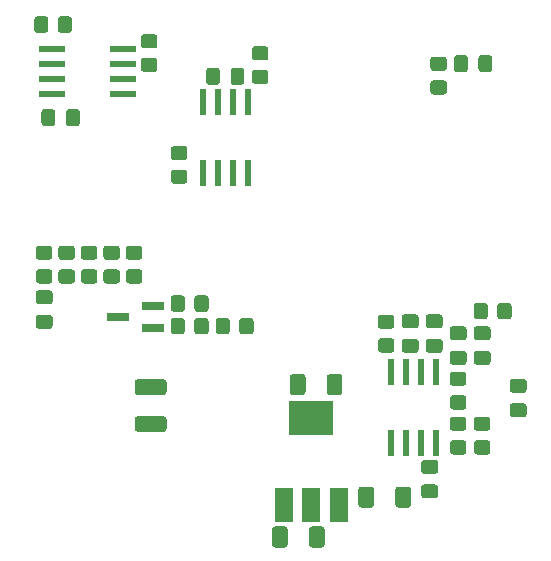
<source format=gbr>
G04 #@! TF.GenerationSoftware,KiCad,Pcbnew,(5.1.8)-1*
G04 #@! TF.CreationDate,2021-07-21T13:44:46+02:00*
G04 #@! TF.ProjectId,sensactUp2,73656e73-6163-4745-9570-322e6b696361,rev?*
G04 #@! TF.SameCoordinates,Original*
G04 #@! TF.FileFunction,Paste,Bot*
G04 #@! TF.FilePolarity,Positive*
%FSLAX46Y46*%
G04 Gerber Fmt 4.6, Leading zero omitted, Abs format (unit mm)*
G04 Created by KiCad (PCBNEW (5.1.8)-1) date 2021-07-21 13:44:46*
%MOMM*%
%LPD*%
G01*
G04 APERTURE LIST*
%ADD10R,1.500000X3.000000*%
%ADD11R,3.800000X3.000000*%
%ADD12R,0.600000X2.200000*%
%ADD13R,2.200000X0.600000*%
%ADD14R,1.900000X0.800000*%
G04 APERTURE END LIST*
G36*
G01*
X90608999Y-86633000D02*
X91509001Y-86633000D01*
G75*
G02*
X91759000Y-86882999I0J-249999D01*
G01*
X91759000Y-87583001D01*
G75*
G02*
X91509001Y-87833000I-249999J0D01*
G01*
X90608999Y-87833000D01*
G75*
G02*
X90359000Y-87583001I0J249999D01*
G01*
X90359000Y-86882999D01*
G75*
G02*
X90608999Y-86633000I249999J0D01*
G01*
G37*
G36*
G01*
X90608999Y-84633000D02*
X91509001Y-84633000D01*
G75*
G02*
X91759000Y-84882999I0J-249999D01*
G01*
X91759000Y-85583001D01*
G75*
G02*
X91509001Y-85833000I-249999J0D01*
G01*
X90608999Y-85833000D01*
G75*
G02*
X90359000Y-85583001I0J249999D01*
G01*
X90359000Y-84882999D01*
G75*
G02*
X90608999Y-84633000I249999J0D01*
G01*
G37*
G36*
G01*
X100907001Y-86849000D02*
X100006999Y-86849000D01*
G75*
G02*
X99757000Y-86599001I0J249999D01*
G01*
X99757000Y-85898999D01*
G75*
G02*
X100006999Y-85649000I249999J0D01*
G01*
X100907001Y-85649000D01*
G75*
G02*
X101157000Y-85898999I0J-249999D01*
G01*
X101157000Y-86599001D01*
G75*
G02*
X100907001Y-86849000I-249999J0D01*
G01*
G37*
G36*
G01*
X100907001Y-88849000D02*
X100006999Y-88849000D01*
G75*
G02*
X99757000Y-88599001I0J249999D01*
G01*
X99757000Y-87898999D01*
G75*
G02*
X100006999Y-87649000I249999J0D01*
G01*
X100907001Y-87649000D01*
G75*
G02*
X101157000Y-87898999I0J-249999D01*
G01*
X101157000Y-88599001D01*
G75*
G02*
X100907001Y-88849000I-249999J0D01*
G01*
G37*
G36*
G01*
X116020001Y-87738000D02*
X115119999Y-87738000D01*
G75*
G02*
X114870000Y-87488001I0J249999D01*
G01*
X114870000Y-86787999D01*
G75*
G02*
X115119999Y-86538000I249999J0D01*
G01*
X116020001Y-86538000D01*
G75*
G02*
X116270000Y-86787999I0J-249999D01*
G01*
X116270000Y-87488001D01*
G75*
G02*
X116020001Y-87738000I-249999J0D01*
G01*
G37*
G36*
G01*
X116020001Y-89738000D02*
X115119999Y-89738000D01*
G75*
G02*
X114870000Y-89488001I0J249999D01*
G01*
X114870000Y-88787999D01*
G75*
G02*
X115119999Y-88538000I249999J0D01*
G01*
X116020001Y-88538000D01*
G75*
G02*
X116270000Y-88787999I0J-249999D01*
G01*
X116270000Y-89488001D01*
G75*
G02*
X116020001Y-89738000I-249999J0D01*
G01*
G37*
G36*
G01*
X118941000Y-87597000D02*
X118941000Y-86647000D01*
G75*
G02*
X119191000Y-86397000I250000J0D01*
G01*
X119866000Y-86397000D01*
G75*
G02*
X120116000Y-86647000I0J-250000D01*
G01*
X120116000Y-87597000D01*
G75*
G02*
X119866000Y-87847000I-250000J0D01*
G01*
X119191000Y-87847000D01*
G75*
G02*
X118941000Y-87597000I0J250000D01*
G01*
G37*
G36*
G01*
X116866000Y-87597000D02*
X116866000Y-86647000D01*
G75*
G02*
X117116000Y-86397000I250000J0D01*
G01*
X117791000Y-86397000D01*
G75*
G02*
X118041000Y-86647000I0J-250000D01*
G01*
X118041000Y-87597000D01*
G75*
G02*
X117791000Y-87847000I-250000J0D01*
G01*
X117116000Y-87847000D01*
G75*
G02*
X116866000Y-87597000I0J250000D01*
G01*
G37*
G36*
G01*
X90239001Y-103740000D02*
X89338999Y-103740000D01*
G75*
G02*
X89089000Y-103490001I0J249999D01*
G01*
X89089000Y-102789999D01*
G75*
G02*
X89338999Y-102540000I249999J0D01*
G01*
X90239001Y-102540000D01*
G75*
G02*
X90489000Y-102789999I0J-249999D01*
G01*
X90489000Y-103490001D01*
G75*
G02*
X90239001Y-103740000I-249999J0D01*
G01*
G37*
G36*
G01*
X90239001Y-105740000D02*
X89338999Y-105740000D01*
G75*
G02*
X89089000Y-105490001I0J249999D01*
G01*
X89089000Y-104789999D01*
G75*
G02*
X89338999Y-104540000I249999J0D01*
G01*
X90239001Y-104540000D01*
G75*
G02*
X90489000Y-104789999I0J-249999D01*
G01*
X90489000Y-105490001D01*
G75*
G02*
X90239001Y-105740000I-249999J0D01*
G01*
G37*
G36*
G01*
X106100000Y-114950001D02*
X106100000Y-113649999D01*
G75*
G02*
X106349999Y-113400000I249999J0D01*
G01*
X107175001Y-113400000D01*
G75*
G02*
X107425000Y-113649999I0J-249999D01*
G01*
X107425000Y-114950001D01*
G75*
G02*
X107175001Y-115200000I-249999J0D01*
G01*
X106349999Y-115200000D01*
G75*
G02*
X106100000Y-114950001I0J249999D01*
G01*
G37*
G36*
G01*
X102975000Y-114950001D02*
X102975000Y-113649999D01*
G75*
G02*
X103224999Y-113400000I249999J0D01*
G01*
X104050001Y-113400000D01*
G75*
G02*
X104300000Y-113649999I0J-249999D01*
G01*
X104300000Y-114950001D01*
G75*
G02*
X104050001Y-115200000I-249999J0D01*
G01*
X103224999Y-115200000D01*
G75*
G02*
X102975000Y-114950001I0J249999D01*
G01*
G37*
G36*
G01*
X104600000Y-127850001D02*
X104600000Y-126549999D01*
G75*
G02*
X104849999Y-126300000I249999J0D01*
G01*
X105675001Y-126300000D01*
G75*
G02*
X105925000Y-126549999I0J-249999D01*
G01*
X105925000Y-127850001D01*
G75*
G02*
X105675001Y-128100000I-249999J0D01*
G01*
X104849999Y-128100000D01*
G75*
G02*
X104600000Y-127850001I0J249999D01*
G01*
G37*
G36*
G01*
X101475000Y-127850001D02*
X101475000Y-126549999D01*
G75*
G02*
X101724999Y-126300000I249999J0D01*
G01*
X102550001Y-126300000D01*
G75*
G02*
X102800000Y-126549999I0J-249999D01*
G01*
X102800000Y-127850001D01*
G75*
G02*
X102550001Y-128100000I-249999J0D01*
G01*
X101724999Y-128100000D01*
G75*
G02*
X101475000Y-127850001I0J249999D01*
G01*
G37*
D10*
X107100000Y-124450000D03*
X102500000Y-124450000D03*
X104800000Y-124450000D03*
D11*
X104800000Y-117150000D03*
G36*
G01*
X84524001Y-103740000D02*
X83623999Y-103740000D01*
G75*
G02*
X83374000Y-103490001I0J249999D01*
G01*
X83374000Y-102789999D01*
G75*
G02*
X83623999Y-102540000I249999J0D01*
G01*
X84524001Y-102540000D01*
G75*
G02*
X84774000Y-102789999I0J-249999D01*
G01*
X84774000Y-103490001D01*
G75*
G02*
X84524001Y-103740000I-249999J0D01*
G01*
G37*
G36*
G01*
X84524001Y-105740000D02*
X83623999Y-105740000D01*
G75*
G02*
X83374000Y-105490001I0J249999D01*
G01*
X83374000Y-104789999D01*
G75*
G02*
X83623999Y-104540000I249999J0D01*
G01*
X84524001Y-104540000D01*
G75*
G02*
X84774000Y-104789999I0J-249999D01*
G01*
X84774000Y-105490001D01*
G75*
G02*
X84524001Y-105740000I-249999J0D01*
G01*
G37*
G36*
G01*
X81718999Y-104540000D02*
X82619001Y-104540000D01*
G75*
G02*
X82869000Y-104789999I0J-249999D01*
G01*
X82869000Y-105490001D01*
G75*
G02*
X82619001Y-105740000I-249999J0D01*
G01*
X81718999Y-105740000D01*
G75*
G02*
X81469000Y-105490001I0J249999D01*
G01*
X81469000Y-104789999D01*
G75*
G02*
X81718999Y-104540000I249999J0D01*
G01*
G37*
G36*
G01*
X81718999Y-102540000D02*
X82619001Y-102540000D01*
G75*
G02*
X82869000Y-102789999I0J-249999D01*
G01*
X82869000Y-103490001D01*
G75*
G02*
X82619001Y-103740000I-249999J0D01*
G01*
X81718999Y-103740000D01*
G75*
G02*
X81469000Y-103490001I0J249999D01*
G01*
X81469000Y-102789999D01*
G75*
G02*
X81718999Y-102540000I249999J0D01*
G01*
G37*
G36*
G01*
X81694000Y-108400000D02*
X82644000Y-108400000D01*
G75*
G02*
X82894000Y-108650000I0J-250000D01*
G01*
X82894000Y-109325000D01*
G75*
G02*
X82644000Y-109575000I-250000J0D01*
G01*
X81694000Y-109575000D01*
G75*
G02*
X81444000Y-109325000I0J250000D01*
G01*
X81444000Y-108650000D01*
G75*
G02*
X81694000Y-108400000I250000J0D01*
G01*
G37*
G36*
G01*
X81694000Y-106325000D02*
X82644000Y-106325000D01*
G75*
G02*
X82894000Y-106575000I0J-250000D01*
G01*
X82894000Y-107250000D01*
G75*
G02*
X82644000Y-107500000I-250000J0D01*
G01*
X81694000Y-107500000D01*
G75*
G02*
X81444000Y-107250000I0J250000D01*
G01*
X81444000Y-106575000D01*
G75*
G02*
X81694000Y-106325000I250000J0D01*
G01*
G37*
G36*
G01*
X84016000Y-92169000D02*
X84016000Y-91219000D01*
G75*
G02*
X84266000Y-90969000I250000J0D01*
G01*
X84941000Y-90969000D01*
G75*
G02*
X85191000Y-91219000I0J-250000D01*
G01*
X85191000Y-92169000D01*
G75*
G02*
X84941000Y-92419000I-250000J0D01*
G01*
X84266000Y-92419000D01*
G75*
G02*
X84016000Y-92169000I0J250000D01*
G01*
G37*
G36*
G01*
X81941000Y-92169000D02*
X81941000Y-91219000D01*
G75*
G02*
X82191000Y-90969000I250000J0D01*
G01*
X82866000Y-90969000D01*
G75*
G02*
X83116000Y-91219000I0J-250000D01*
G01*
X83116000Y-92169000D01*
G75*
G02*
X82866000Y-92419000I-250000J0D01*
G01*
X82191000Y-92419000D01*
G75*
G02*
X81941000Y-92169000I0J250000D01*
G01*
G37*
G36*
G01*
X117696000Y-110548000D02*
X116746000Y-110548000D01*
G75*
G02*
X116496000Y-110298000I0J250000D01*
G01*
X116496000Y-109623000D01*
G75*
G02*
X116746000Y-109373000I250000J0D01*
G01*
X117696000Y-109373000D01*
G75*
G02*
X117946000Y-109623000I0J-250000D01*
G01*
X117946000Y-110298000D01*
G75*
G02*
X117696000Y-110548000I-250000J0D01*
G01*
G37*
G36*
G01*
X117696000Y-112623000D02*
X116746000Y-112623000D01*
G75*
G02*
X116496000Y-112373000I0J250000D01*
G01*
X116496000Y-111698000D01*
G75*
G02*
X116746000Y-111448000I250000J0D01*
G01*
X117696000Y-111448000D01*
G75*
G02*
X117946000Y-111698000I0J-250000D01*
G01*
X117946000Y-112373000D01*
G75*
G02*
X117696000Y-112623000I-250000J0D01*
G01*
G37*
G36*
G01*
X117671001Y-118218000D02*
X116770999Y-118218000D01*
G75*
G02*
X116521000Y-117968001I0J249999D01*
G01*
X116521000Y-117267999D01*
G75*
G02*
X116770999Y-117018000I249999J0D01*
G01*
X117671001Y-117018000D01*
G75*
G02*
X117921000Y-117267999I0J-249999D01*
G01*
X117921000Y-117968001D01*
G75*
G02*
X117671001Y-118218000I-249999J0D01*
G01*
G37*
G36*
G01*
X117671001Y-120218000D02*
X116770999Y-120218000D01*
G75*
G02*
X116521000Y-119968001I0J249999D01*
G01*
X116521000Y-119267999D01*
G75*
G02*
X116770999Y-119018000I249999J0D01*
G01*
X117671001Y-119018000D01*
G75*
G02*
X117921000Y-119267999I0J-249999D01*
G01*
X117921000Y-119968001D01*
G75*
G02*
X117671001Y-120218000I-249999J0D01*
G01*
G37*
G36*
G01*
X117671001Y-114408000D02*
X116770999Y-114408000D01*
G75*
G02*
X116521000Y-114158001I0J249999D01*
G01*
X116521000Y-113457999D01*
G75*
G02*
X116770999Y-113208000I249999J0D01*
G01*
X117671001Y-113208000D01*
G75*
G02*
X117921000Y-113457999I0J-249999D01*
G01*
X117921000Y-114158001D01*
G75*
G02*
X117671001Y-114408000I-249999J0D01*
G01*
G37*
G36*
G01*
X117671001Y-116408000D02*
X116770999Y-116408000D01*
G75*
G02*
X116521000Y-116158001I0J249999D01*
G01*
X116521000Y-115457999D01*
G75*
G02*
X116770999Y-115208000I249999J0D01*
G01*
X117671001Y-115208000D01*
G75*
G02*
X117921000Y-115457999I0J-249999D01*
G01*
X117921000Y-116158001D01*
G75*
G02*
X117671001Y-116408000I-249999J0D01*
G01*
G37*
G36*
G01*
X115664000Y-109532000D02*
X114714000Y-109532000D01*
G75*
G02*
X114464000Y-109282000I0J250000D01*
G01*
X114464000Y-108607000D01*
G75*
G02*
X114714000Y-108357000I250000J0D01*
G01*
X115664000Y-108357000D01*
G75*
G02*
X115914000Y-108607000I0J-250000D01*
G01*
X115914000Y-109282000D01*
G75*
G02*
X115664000Y-109532000I-250000J0D01*
G01*
G37*
G36*
G01*
X115664000Y-111607000D02*
X114714000Y-111607000D01*
G75*
G02*
X114464000Y-111357000I0J250000D01*
G01*
X114464000Y-110682000D01*
G75*
G02*
X114714000Y-110432000I250000J0D01*
G01*
X115664000Y-110432000D01*
G75*
G02*
X115914000Y-110682000I0J-250000D01*
G01*
X115914000Y-111357000D01*
G75*
G02*
X115664000Y-111607000I-250000J0D01*
G01*
G37*
G36*
G01*
X114333000Y-122751000D02*
X115283000Y-122751000D01*
G75*
G02*
X115533000Y-123001000I0J-250000D01*
G01*
X115533000Y-123676000D01*
G75*
G02*
X115283000Y-123926000I-250000J0D01*
G01*
X114333000Y-123926000D01*
G75*
G02*
X114083000Y-123676000I0J250000D01*
G01*
X114083000Y-123001000D01*
G75*
G02*
X114333000Y-122751000I250000J0D01*
G01*
G37*
G36*
G01*
X114333000Y-120676000D02*
X115283000Y-120676000D01*
G75*
G02*
X115533000Y-120926000I0J-250000D01*
G01*
X115533000Y-121601000D01*
G75*
G02*
X115283000Y-121851000I-250000J0D01*
G01*
X114333000Y-121851000D01*
G75*
G02*
X114083000Y-121601000I0J250000D01*
G01*
X114083000Y-120926000D01*
G75*
G02*
X114333000Y-120676000I250000J0D01*
G01*
G37*
D12*
X111506000Y-119205000D03*
X112776000Y-119205000D03*
X114046000Y-119205000D03*
X115316000Y-119205000D03*
X115316000Y-113205000D03*
X114046000Y-113205000D03*
X112776000Y-113205000D03*
X111506000Y-113205000D03*
G36*
G01*
X92286001Y-115178000D02*
X90085999Y-115178000D01*
G75*
G02*
X89836000Y-114928001I0J249999D01*
G01*
X89836000Y-114102999D01*
G75*
G02*
X90085999Y-113853000I249999J0D01*
G01*
X92286001Y-113853000D01*
G75*
G02*
X92536000Y-114102999I0J-249999D01*
G01*
X92536000Y-114928001D01*
G75*
G02*
X92286001Y-115178000I-249999J0D01*
G01*
G37*
G36*
G01*
X92286001Y-118303000D02*
X90085999Y-118303000D01*
G75*
G02*
X89836000Y-118053001I0J249999D01*
G01*
X89836000Y-117227999D01*
G75*
G02*
X90085999Y-116978000I249999J0D01*
G01*
X92286001Y-116978000D01*
G75*
G02*
X92536000Y-117227999I0J-249999D01*
G01*
X92536000Y-118053001D01*
G75*
G02*
X92286001Y-118303000I-249999J0D01*
G01*
G37*
G36*
G01*
X110098000Y-123174999D02*
X110098000Y-124475001D01*
G75*
G02*
X109848001Y-124725000I-249999J0D01*
G01*
X109022999Y-124725000D01*
G75*
G02*
X108773000Y-124475001I0J249999D01*
G01*
X108773000Y-123174999D01*
G75*
G02*
X109022999Y-122925000I249999J0D01*
G01*
X109848001Y-122925000D01*
G75*
G02*
X110098000Y-123174999I0J-249999D01*
G01*
G37*
G36*
G01*
X113223000Y-123174999D02*
X113223000Y-124475001D01*
G75*
G02*
X112973001Y-124725000I-249999J0D01*
G01*
X112147999Y-124725000D01*
G75*
G02*
X111898000Y-124475001I0J249999D01*
G01*
X111898000Y-123174999D01*
G75*
G02*
X112147999Y-122925000I249999J0D01*
G01*
X112973001Y-122925000D01*
G75*
G02*
X113223000Y-123174999I0J-249999D01*
G01*
G37*
X95595000Y-96400000D03*
X96865000Y-96400000D03*
X98135000Y-96400000D03*
X99405000Y-96400000D03*
X99405000Y-90400000D03*
X98135000Y-90400000D03*
X96865000Y-90400000D03*
X95595000Y-90400000D03*
D13*
X88852000Y-89662000D03*
X88852000Y-88392000D03*
X88852000Y-87122000D03*
X88852000Y-85852000D03*
X82852000Y-85852000D03*
X82852000Y-87122000D03*
X82852000Y-88392000D03*
X82852000Y-89662000D03*
G36*
G01*
X98698000Y-109797001D02*
X98698000Y-108896999D01*
G75*
G02*
X98947999Y-108647000I249999J0D01*
G01*
X99648001Y-108647000D01*
G75*
G02*
X99898000Y-108896999I0J-249999D01*
G01*
X99898000Y-109797001D01*
G75*
G02*
X99648001Y-110047000I-249999J0D01*
G01*
X98947999Y-110047000D01*
G75*
G02*
X98698000Y-109797001I0J249999D01*
G01*
G37*
G36*
G01*
X96698000Y-109797001D02*
X96698000Y-108896999D01*
G75*
G02*
X96947999Y-108647000I249999J0D01*
G01*
X97648001Y-108647000D01*
G75*
G02*
X97898000Y-108896999I0J-249999D01*
G01*
X97898000Y-109797001D01*
G75*
G02*
X97648001Y-110047000I-249999J0D01*
G01*
X96947999Y-110047000D01*
G75*
G02*
X96698000Y-109797001I0J249999D01*
G01*
G37*
G36*
G01*
X82531000Y-83369999D02*
X82531000Y-84270001D01*
G75*
G02*
X82281001Y-84520000I-249999J0D01*
G01*
X81580999Y-84520000D01*
G75*
G02*
X81331000Y-84270001I0J249999D01*
G01*
X81331000Y-83369999D01*
G75*
G02*
X81580999Y-83120000I249999J0D01*
G01*
X82281001Y-83120000D01*
G75*
G02*
X82531000Y-83369999I0J-249999D01*
G01*
G37*
G36*
G01*
X84531000Y-83369999D02*
X84531000Y-84270001D01*
G75*
G02*
X84281001Y-84520000I-249999J0D01*
G01*
X83580999Y-84520000D01*
G75*
G02*
X83331000Y-84270001I0J249999D01*
G01*
X83331000Y-83369999D01*
G75*
G02*
X83580999Y-83120000I249999J0D01*
G01*
X84281001Y-83120000D01*
G75*
G02*
X84531000Y-83369999I0J-249999D01*
G01*
G37*
G36*
G01*
X94088000Y-108896999D02*
X94088000Y-109797001D01*
G75*
G02*
X93838001Y-110047000I-249999J0D01*
G01*
X93137999Y-110047000D01*
G75*
G02*
X92888000Y-109797001I0J249999D01*
G01*
X92888000Y-108896999D01*
G75*
G02*
X93137999Y-108647000I249999J0D01*
G01*
X93838001Y-108647000D01*
G75*
G02*
X94088000Y-108896999I0J-249999D01*
G01*
G37*
G36*
G01*
X96088000Y-108896999D02*
X96088000Y-109797001D01*
G75*
G02*
X95838001Y-110047000I-249999J0D01*
G01*
X95137999Y-110047000D01*
G75*
G02*
X94888000Y-109797001I0J249999D01*
G01*
X94888000Y-108896999D01*
G75*
G02*
X95137999Y-108647000I249999J0D01*
G01*
X95838001Y-108647000D01*
G75*
G02*
X96088000Y-108896999I0J-249999D01*
G01*
G37*
G36*
G01*
X94888000Y-107892001D02*
X94888000Y-106991999D01*
G75*
G02*
X95137999Y-106742000I249999J0D01*
G01*
X95838001Y-106742000D01*
G75*
G02*
X96088000Y-106991999I0J-249999D01*
G01*
X96088000Y-107892001D01*
G75*
G02*
X95838001Y-108142000I-249999J0D01*
G01*
X95137999Y-108142000D01*
G75*
G02*
X94888000Y-107892001I0J249999D01*
G01*
G37*
G36*
G01*
X92888000Y-107892001D02*
X92888000Y-106991999D01*
G75*
G02*
X93137999Y-106742000I249999J0D01*
G01*
X93838001Y-106742000D01*
G75*
G02*
X94088000Y-106991999I0J-249999D01*
G01*
X94088000Y-107892001D01*
G75*
G02*
X93838001Y-108142000I-249999J0D01*
G01*
X93137999Y-108142000D01*
G75*
G02*
X92888000Y-107892001I0J249999D01*
G01*
G37*
G36*
G01*
X94050001Y-95300000D02*
X93149999Y-95300000D01*
G75*
G02*
X92900000Y-95050001I0J249999D01*
G01*
X92900000Y-94349999D01*
G75*
G02*
X93149999Y-94100000I249999J0D01*
G01*
X94050001Y-94100000D01*
G75*
G02*
X94300000Y-94349999I0J-249999D01*
G01*
X94300000Y-95050001D01*
G75*
G02*
X94050001Y-95300000I-249999J0D01*
G01*
G37*
G36*
G01*
X94050001Y-97300000D02*
X93149999Y-97300000D01*
G75*
G02*
X92900000Y-97050001I0J249999D01*
G01*
X92900000Y-96349999D01*
G75*
G02*
X93149999Y-96100000I249999J0D01*
G01*
X94050001Y-96100000D01*
G75*
G02*
X94300000Y-96349999I0J-249999D01*
G01*
X94300000Y-97050001D01*
G75*
G02*
X94050001Y-97300000I-249999J0D01*
G01*
G37*
G36*
G01*
X118802999Y-119018000D02*
X119703001Y-119018000D01*
G75*
G02*
X119953000Y-119267999I0J-249999D01*
G01*
X119953000Y-119968001D01*
G75*
G02*
X119703001Y-120218000I-249999J0D01*
G01*
X118802999Y-120218000D01*
G75*
G02*
X118553000Y-119968001I0J249999D01*
G01*
X118553000Y-119267999D01*
G75*
G02*
X118802999Y-119018000I249999J0D01*
G01*
G37*
G36*
G01*
X118802999Y-117018000D02*
X119703001Y-117018000D01*
G75*
G02*
X119953000Y-117267999I0J-249999D01*
G01*
X119953000Y-117968001D01*
G75*
G02*
X119703001Y-118218000I-249999J0D01*
G01*
X118802999Y-118218000D01*
G75*
G02*
X118553000Y-117968001I0J249999D01*
G01*
X118553000Y-117267999D01*
G75*
G02*
X118802999Y-117018000I249999J0D01*
G01*
G37*
G36*
G01*
X110674999Y-110382000D02*
X111575001Y-110382000D01*
G75*
G02*
X111825000Y-110631999I0J-249999D01*
G01*
X111825000Y-111332001D01*
G75*
G02*
X111575001Y-111582000I-249999J0D01*
G01*
X110674999Y-111582000D01*
G75*
G02*
X110425000Y-111332001I0J249999D01*
G01*
X110425000Y-110631999D01*
G75*
G02*
X110674999Y-110382000I249999J0D01*
G01*
G37*
G36*
G01*
X110674999Y-108382000D02*
X111575001Y-108382000D01*
G75*
G02*
X111825000Y-108631999I0J-249999D01*
G01*
X111825000Y-109332001D01*
G75*
G02*
X111575001Y-109582000I-249999J0D01*
G01*
X110674999Y-109582000D01*
G75*
G02*
X110425000Y-109332001I0J249999D01*
G01*
X110425000Y-108631999D01*
G75*
G02*
X110674999Y-108382000I249999J0D01*
G01*
G37*
G36*
G01*
X120542000Y-108527001D02*
X120542000Y-107626999D01*
G75*
G02*
X120791999Y-107377000I249999J0D01*
G01*
X121492001Y-107377000D01*
G75*
G02*
X121742000Y-107626999I0J-249999D01*
G01*
X121742000Y-108527001D01*
G75*
G02*
X121492001Y-108777000I-249999J0D01*
G01*
X120791999Y-108777000D01*
G75*
G02*
X120542000Y-108527001I0J249999D01*
G01*
G37*
G36*
G01*
X118542000Y-108527001D02*
X118542000Y-107626999D01*
G75*
G02*
X118791999Y-107377000I249999J0D01*
G01*
X119492001Y-107377000D01*
G75*
G02*
X119742000Y-107626999I0J-249999D01*
G01*
X119742000Y-108527001D01*
G75*
G02*
X119492001Y-108777000I-249999J0D01*
G01*
X118791999Y-108777000D01*
G75*
G02*
X118542000Y-108527001I0J249999D01*
G01*
G37*
G36*
G01*
X85528999Y-104540000D02*
X86429001Y-104540000D01*
G75*
G02*
X86679000Y-104789999I0J-249999D01*
G01*
X86679000Y-105490001D01*
G75*
G02*
X86429001Y-105740000I-249999J0D01*
G01*
X85528999Y-105740000D01*
G75*
G02*
X85279000Y-105490001I0J249999D01*
G01*
X85279000Y-104789999D01*
G75*
G02*
X85528999Y-104540000I249999J0D01*
G01*
G37*
G36*
G01*
X85528999Y-102540000D02*
X86429001Y-102540000D01*
G75*
G02*
X86679000Y-102789999I0J-249999D01*
G01*
X86679000Y-103490001D01*
G75*
G02*
X86429001Y-103740000I-249999J0D01*
G01*
X85528999Y-103740000D01*
G75*
G02*
X85279000Y-103490001I0J249999D01*
G01*
X85279000Y-102789999D01*
G75*
G02*
X85528999Y-102540000I249999J0D01*
G01*
G37*
G36*
G01*
X87433999Y-104540000D02*
X88334001Y-104540000D01*
G75*
G02*
X88584000Y-104789999I0J-249999D01*
G01*
X88584000Y-105490001D01*
G75*
G02*
X88334001Y-105740000I-249999J0D01*
G01*
X87433999Y-105740000D01*
G75*
G02*
X87184000Y-105490001I0J249999D01*
G01*
X87184000Y-104789999D01*
G75*
G02*
X87433999Y-104540000I249999J0D01*
G01*
G37*
G36*
G01*
X87433999Y-102540000D02*
X88334001Y-102540000D01*
G75*
G02*
X88584000Y-102789999I0J-249999D01*
G01*
X88584000Y-103490001D01*
G75*
G02*
X88334001Y-103740000I-249999J0D01*
G01*
X87433999Y-103740000D01*
G75*
G02*
X87184000Y-103490001I0J249999D01*
G01*
X87184000Y-102789999D01*
G75*
G02*
X87433999Y-102540000I249999J0D01*
G01*
G37*
D14*
X88416000Y-108585000D03*
X91416000Y-109535000D03*
X91416000Y-107635000D03*
G36*
G01*
X97050000Y-87725000D02*
X97050000Y-88675000D01*
G75*
G02*
X96800000Y-88925000I-250000J0D01*
G01*
X96125000Y-88925000D01*
G75*
G02*
X95875000Y-88675000I0J250000D01*
G01*
X95875000Y-87725000D01*
G75*
G02*
X96125000Y-87475000I250000J0D01*
G01*
X96800000Y-87475000D01*
G75*
G02*
X97050000Y-87725000I0J-250000D01*
G01*
G37*
G36*
G01*
X99125000Y-87725000D02*
X99125000Y-88675000D01*
G75*
G02*
X98875000Y-88925000I-250000J0D01*
G01*
X98200000Y-88925000D01*
G75*
G02*
X97950000Y-88675000I0J250000D01*
G01*
X97950000Y-87725000D01*
G75*
G02*
X98200000Y-87475000I250000J0D01*
G01*
X98875000Y-87475000D01*
G75*
G02*
X99125000Y-87725000I0J-250000D01*
G01*
G37*
G36*
G01*
X121826000Y-115893000D02*
X122776000Y-115893000D01*
G75*
G02*
X123026000Y-116143000I0J-250000D01*
G01*
X123026000Y-116818000D01*
G75*
G02*
X122776000Y-117068000I-250000J0D01*
G01*
X121826000Y-117068000D01*
G75*
G02*
X121576000Y-116818000I0J250000D01*
G01*
X121576000Y-116143000D01*
G75*
G02*
X121826000Y-115893000I250000J0D01*
G01*
G37*
G36*
G01*
X121826000Y-113818000D02*
X122776000Y-113818000D01*
G75*
G02*
X123026000Y-114068000I0J-250000D01*
G01*
X123026000Y-114743000D01*
G75*
G02*
X122776000Y-114993000I-250000J0D01*
G01*
X121826000Y-114993000D01*
G75*
G02*
X121576000Y-114743000I0J250000D01*
G01*
X121576000Y-114068000D01*
G75*
G02*
X121826000Y-113818000I250000J0D01*
G01*
G37*
G36*
G01*
X113632000Y-109532000D02*
X112682000Y-109532000D01*
G75*
G02*
X112432000Y-109282000I0J250000D01*
G01*
X112432000Y-108607000D01*
G75*
G02*
X112682000Y-108357000I250000J0D01*
G01*
X113632000Y-108357000D01*
G75*
G02*
X113882000Y-108607000I0J-250000D01*
G01*
X113882000Y-109282000D01*
G75*
G02*
X113632000Y-109532000I-250000J0D01*
G01*
G37*
G36*
G01*
X113632000Y-111607000D02*
X112682000Y-111607000D01*
G75*
G02*
X112432000Y-111357000I0J250000D01*
G01*
X112432000Y-110682000D01*
G75*
G02*
X112682000Y-110432000I250000J0D01*
G01*
X113632000Y-110432000D01*
G75*
G02*
X113882000Y-110682000I0J-250000D01*
G01*
X113882000Y-111357000D01*
G75*
G02*
X113632000Y-111607000I-250000J0D01*
G01*
G37*
G36*
G01*
X119728000Y-110548000D02*
X118778000Y-110548000D01*
G75*
G02*
X118528000Y-110298000I0J250000D01*
G01*
X118528000Y-109623000D01*
G75*
G02*
X118778000Y-109373000I250000J0D01*
G01*
X119728000Y-109373000D01*
G75*
G02*
X119978000Y-109623000I0J-250000D01*
G01*
X119978000Y-110298000D01*
G75*
G02*
X119728000Y-110548000I-250000J0D01*
G01*
G37*
G36*
G01*
X119728000Y-112623000D02*
X118778000Y-112623000D01*
G75*
G02*
X118528000Y-112373000I0J250000D01*
G01*
X118528000Y-111698000D01*
G75*
G02*
X118778000Y-111448000I250000J0D01*
G01*
X119728000Y-111448000D01*
G75*
G02*
X119978000Y-111698000I0J-250000D01*
G01*
X119978000Y-112373000D01*
G75*
G02*
X119728000Y-112623000I-250000J0D01*
G01*
G37*
M02*

</source>
